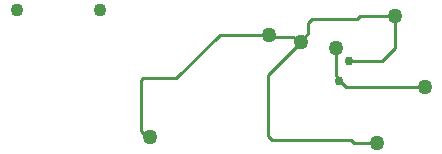
<source format=gbr>
%TF.GenerationSoftware,Altium Limited,Altium Designer,25.8.1 (18)*%
G04 Layer_Physical_Order=2*
G04 Layer_Color=16711680*
%FSLAX45Y45*%
%MOMM*%
%TF.SameCoordinates,59470FF0-CD15-45DD-BB61-DC51C1D221A1*%
%TF.FilePolarity,Positive*%
%TF.FileFunction,Copper,L2,Bot,Signal*%
%TF.Part,Single*%
G01*
G75*
%TA.AperFunction,Conductor*%
%ADD35C,0.25400*%
%TA.AperFunction,ComponentPad*%
%ADD36C,1.10000*%
%TA.AperFunction,ViaPad*%
%ADD37C,1.27000*%
%ADD38C,0.76200*%
D35*
X3275000Y900000D02*
X3475000D01*
X3250000Y925000D02*
X3275000Y900000D01*
X2582379Y925000D02*
X3250000D01*
X2550000Y957379D02*
X2582379Y925000D01*
X2550000Y957379D02*
Y1475000D01*
X3325000Y1975000D02*
X3625000D01*
X2925000Y1950000D02*
X3300000D01*
X3325000Y1975000D01*
X3625000Y1700000D02*
Y1975000D01*
X3514407Y1589407D02*
X3625000Y1700000D01*
X3232062Y1589407D02*
X3514407D01*
X1775000Y1450000D02*
X2141058Y1816058D01*
X2558942D01*
X1489879Y1450000D02*
X1775000D01*
X1475000Y1435121D02*
X1489879Y1450000D01*
X3157762Y1425000D02*
X3207762Y1375000D01*
X3875000D01*
X2892160Y1917160D02*
X2925000Y1950000D01*
X2550000Y1475000D02*
X2817160Y1742161D01*
X2809321Y1750000D02*
X2825000D01*
X3150000Y1425000D02*
X3157762D01*
X2892160Y1826524D02*
Y1917160D01*
X2825000Y1759365D02*
X2892160Y1826524D01*
X2825000Y1750000D02*
Y1759365D01*
X2558942Y1816058D02*
X2575000Y1800000D01*
X2759321D01*
X2809321Y1750000D01*
X1475000Y997642D02*
Y1435121D01*
X1522642Y950000D02*
X1550000D01*
X1475000Y997642D02*
X1522642Y950000D01*
X3125000Y1463747D02*
Y1700000D01*
Y1463747D02*
X3150000Y1438747D01*
Y1425000D02*
Y1438747D01*
D36*
X1125000Y2025000D02*
D03*
X425000D02*
D03*
D37*
X3475000Y900000D02*
D03*
X3625000Y1975000D02*
D03*
X2825000Y1750000D02*
D03*
X2558942Y1816058D02*
D03*
X1550000Y950000D02*
D03*
X3125000Y1700000D02*
D03*
X3875000Y1375000D02*
D03*
D38*
X3232062Y1589407D02*
D03*
X3150000Y1425000D02*
D03*
%TF.MD5,ae164eaf8533981911f86ef033e68de6*%
M02*

</source>
